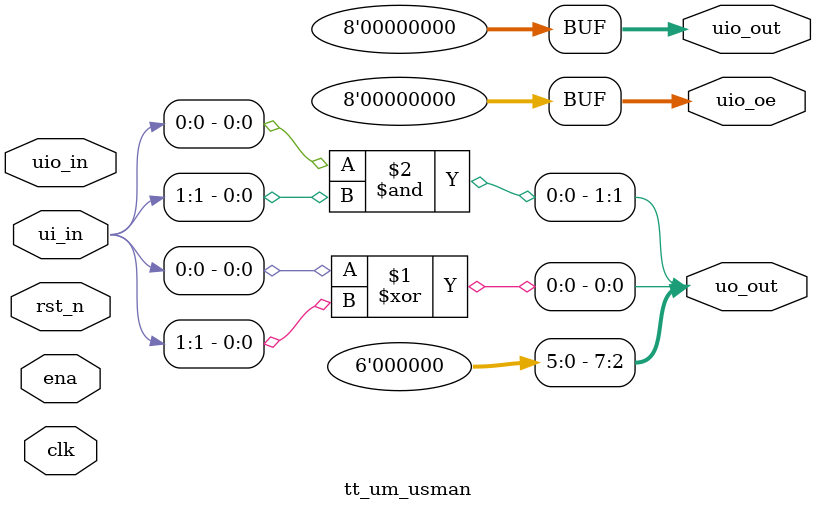
<source format=v>
/*
 * Copyright (c) 2024 Your Name
 * SPDX-License-Identifier: Apache-2.0
 */

`default_nettype none

module tt_um_usman (
    input  wire [7:0] ui_in,    // Dedicated inputs
    output wire [7:0] uo_out,   // Dedicated outputs
    input  wire [7:0] uio_in,   // IOs: Input path
    output wire [7:0] uio_out,  // IOs: Output path
    output wire [7:0] uio_oe,   // IOs: Enable path (active high: 0=input, 1=output)
    input  wire       ena,      // always 1 when the design is powered, so you can ignore it
    input  wire       clk,      // clock
    input  wire       rst_n     // reset_n - low to reset
);

  // All output pins must be assigned. If not used, assign to 0.
  //assign uo_out  = ui_in + uio_in;  // Example: ou_out is the sum of ui_in and uio_in
  assign uio_out = 0;
  assign uio_oe  = 0;
    assign uo_out[0] = ui_in[0] ^ ui_in[1];
    assign uo_out[1] = ui_in[0] & ui_in[1];
    assign uo_out[7:2]=6'b0;
endmodule

</source>
